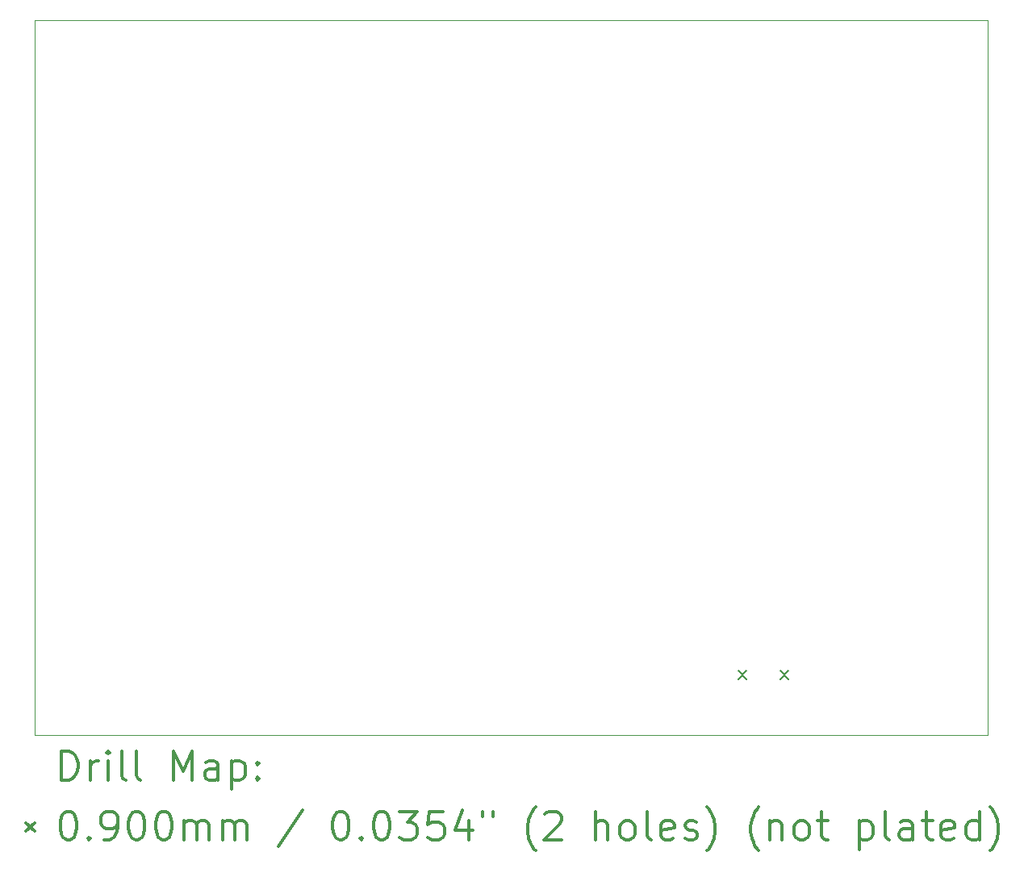
<source format=gbr>
%FSLAX45Y45*%
G04 Gerber Fmt 4.5, Leading zero omitted, Abs format (unit mm)*
G04 Created by KiCad (PCBNEW (5.1.10)-1) date 2022-03-07 12:44:51*
%MOMM*%
%LPD*%
G01*
G04 APERTURE LIST*
%TA.AperFunction,Profile*%
%ADD10C,0.050000*%
%TD*%
%ADD11C,0.200000*%
%ADD12C,0.300000*%
G04 APERTURE END LIST*
D10*
X14000000Y-3500000D02*
X4000000Y-3500000D01*
X14000000Y-11000000D02*
X14000000Y-3500000D01*
X4000000Y-11000000D02*
X14000000Y-11000000D01*
X4000000Y-3500000D02*
X4000000Y-11000000D01*
D11*
X11380600Y-10321900D02*
X11470600Y-10411900D01*
X11470600Y-10321900D02*
X11380600Y-10411900D01*
X11820600Y-10321900D02*
X11910600Y-10411900D01*
X11910600Y-10321900D02*
X11820600Y-10411900D01*
D12*
X4283928Y-11468214D02*
X4283928Y-11168214D01*
X4355357Y-11168214D01*
X4398214Y-11182500D01*
X4426786Y-11211071D01*
X4441071Y-11239643D01*
X4455357Y-11296786D01*
X4455357Y-11339643D01*
X4441071Y-11396786D01*
X4426786Y-11425357D01*
X4398214Y-11453929D01*
X4355357Y-11468214D01*
X4283928Y-11468214D01*
X4583928Y-11468214D02*
X4583928Y-11268214D01*
X4583928Y-11325357D02*
X4598214Y-11296786D01*
X4612500Y-11282500D01*
X4641071Y-11268214D01*
X4669643Y-11268214D01*
X4769643Y-11468214D02*
X4769643Y-11268214D01*
X4769643Y-11168214D02*
X4755357Y-11182500D01*
X4769643Y-11196786D01*
X4783928Y-11182500D01*
X4769643Y-11168214D01*
X4769643Y-11196786D01*
X4955357Y-11468214D02*
X4926786Y-11453929D01*
X4912500Y-11425357D01*
X4912500Y-11168214D01*
X5112500Y-11468214D02*
X5083928Y-11453929D01*
X5069643Y-11425357D01*
X5069643Y-11168214D01*
X5455357Y-11468214D02*
X5455357Y-11168214D01*
X5555357Y-11382500D01*
X5655357Y-11168214D01*
X5655357Y-11468214D01*
X5926786Y-11468214D02*
X5926786Y-11311071D01*
X5912500Y-11282500D01*
X5883928Y-11268214D01*
X5826786Y-11268214D01*
X5798214Y-11282500D01*
X5926786Y-11453929D02*
X5898214Y-11468214D01*
X5826786Y-11468214D01*
X5798214Y-11453929D01*
X5783928Y-11425357D01*
X5783928Y-11396786D01*
X5798214Y-11368214D01*
X5826786Y-11353929D01*
X5898214Y-11353929D01*
X5926786Y-11339643D01*
X6069643Y-11268214D02*
X6069643Y-11568214D01*
X6069643Y-11282500D02*
X6098214Y-11268214D01*
X6155357Y-11268214D01*
X6183928Y-11282500D01*
X6198214Y-11296786D01*
X6212500Y-11325357D01*
X6212500Y-11411071D01*
X6198214Y-11439643D01*
X6183928Y-11453929D01*
X6155357Y-11468214D01*
X6098214Y-11468214D01*
X6069643Y-11453929D01*
X6341071Y-11439643D02*
X6355357Y-11453929D01*
X6341071Y-11468214D01*
X6326786Y-11453929D01*
X6341071Y-11439643D01*
X6341071Y-11468214D01*
X6341071Y-11282500D02*
X6355357Y-11296786D01*
X6341071Y-11311071D01*
X6326786Y-11296786D01*
X6341071Y-11282500D01*
X6341071Y-11311071D01*
X3907500Y-11917500D02*
X3997500Y-12007500D01*
X3997500Y-11917500D02*
X3907500Y-12007500D01*
X4341071Y-11798214D02*
X4369643Y-11798214D01*
X4398214Y-11812500D01*
X4412500Y-11826786D01*
X4426786Y-11855357D01*
X4441071Y-11912500D01*
X4441071Y-11983929D01*
X4426786Y-12041071D01*
X4412500Y-12069643D01*
X4398214Y-12083929D01*
X4369643Y-12098214D01*
X4341071Y-12098214D01*
X4312500Y-12083929D01*
X4298214Y-12069643D01*
X4283928Y-12041071D01*
X4269643Y-11983929D01*
X4269643Y-11912500D01*
X4283928Y-11855357D01*
X4298214Y-11826786D01*
X4312500Y-11812500D01*
X4341071Y-11798214D01*
X4569643Y-12069643D02*
X4583928Y-12083929D01*
X4569643Y-12098214D01*
X4555357Y-12083929D01*
X4569643Y-12069643D01*
X4569643Y-12098214D01*
X4726786Y-12098214D02*
X4783928Y-12098214D01*
X4812500Y-12083929D01*
X4826786Y-12069643D01*
X4855357Y-12026786D01*
X4869643Y-11969643D01*
X4869643Y-11855357D01*
X4855357Y-11826786D01*
X4841071Y-11812500D01*
X4812500Y-11798214D01*
X4755357Y-11798214D01*
X4726786Y-11812500D01*
X4712500Y-11826786D01*
X4698214Y-11855357D01*
X4698214Y-11926786D01*
X4712500Y-11955357D01*
X4726786Y-11969643D01*
X4755357Y-11983929D01*
X4812500Y-11983929D01*
X4841071Y-11969643D01*
X4855357Y-11955357D01*
X4869643Y-11926786D01*
X5055357Y-11798214D02*
X5083928Y-11798214D01*
X5112500Y-11812500D01*
X5126786Y-11826786D01*
X5141071Y-11855357D01*
X5155357Y-11912500D01*
X5155357Y-11983929D01*
X5141071Y-12041071D01*
X5126786Y-12069643D01*
X5112500Y-12083929D01*
X5083928Y-12098214D01*
X5055357Y-12098214D01*
X5026786Y-12083929D01*
X5012500Y-12069643D01*
X4998214Y-12041071D01*
X4983928Y-11983929D01*
X4983928Y-11912500D01*
X4998214Y-11855357D01*
X5012500Y-11826786D01*
X5026786Y-11812500D01*
X5055357Y-11798214D01*
X5341071Y-11798214D02*
X5369643Y-11798214D01*
X5398214Y-11812500D01*
X5412500Y-11826786D01*
X5426786Y-11855357D01*
X5441071Y-11912500D01*
X5441071Y-11983929D01*
X5426786Y-12041071D01*
X5412500Y-12069643D01*
X5398214Y-12083929D01*
X5369643Y-12098214D01*
X5341071Y-12098214D01*
X5312500Y-12083929D01*
X5298214Y-12069643D01*
X5283928Y-12041071D01*
X5269643Y-11983929D01*
X5269643Y-11912500D01*
X5283928Y-11855357D01*
X5298214Y-11826786D01*
X5312500Y-11812500D01*
X5341071Y-11798214D01*
X5569643Y-12098214D02*
X5569643Y-11898214D01*
X5569643Y-11926786D02*
X5583928Y-11912500D01*
X5612500Y-11898214D01*
X5655357Y-11898214D01*
X5683928Y-11912500D01*
X5698214Y-11941071D01*
X5698214Y-12098214D01*
X5698214Y-11941071D02*
X5712500Y-11912500D01*
X5741071Y-11898214D01*
X5783928Y-11898214D01*
X5812500Y-11912500D01*
X5826786Y-11941071D01*
X5826786Y-12098214D01*
X5969643Y-12098214D02*
X5969643Y-11898214D01*
X5969643Y-11926786D02*
X5983928Y-11912500D01*
X6012500Y-11898214D01*
X6055357Y-11898214D01*
X6083928Y-11912500D01*
X6098214Y-11941071D01*
X6098214Y-12098214D01*
X6098214Y-11941071D02*
X6112500Y-11912500D01*
X6141071Y-11898214D01*
X6183928Y-11898214D01*
X6212500Y-11912500D01*
X6226786Y-11941071D01*
X6226786Y-12098214D01*
X6812500Y-11783929D02*
X6555357Y-12169643D01*
X7198214Y-11798214D02*
X7226786Y-11798214D01*
X7255357Y-11812500D01*
X7269643Y-11826786D01*
X7283928Y-11855357D01*
X7298214Y-11912500D01*
X7298214Y-11983929D01*
X7283928Y-12041071D01*
X7269643Y-12069643D01*
X7255357Y-12083929D01*
X7226786Y-12098214D01*
X7198214Y-12098214D01*
X7169643Y-12083929D01*
X7155357Y-12069643D01*
X7141071Y-12041071D01*
X7126786Y-11983929D01*
X7126786Y-11912500D01*
X7141071Y-11855357D01*
X7155357Y-11826786D01*
X7169643Y-11812500D01*
X7198214Y-11798214D01*
X7426786Y-12069643D02*
X7441071Y-12083929D01*
X7426786Y-12098214D01*
X7412500Y-12083929D01*
X7426786Y-12069643D01*
X7426786Y-12098214D01*
X7626786Y-11798214D02*
X7655357Y-11798214D01*
X7683928Y-11812500D01*
X7698214Y-11826786D01*
X7712500Y-11855357D01*
X7726786Y-11912500D01*
X7726786Y-11983929D01*
X7712500Y-12041071D01*
X7698214Y-12069643D01*
X7683928Y-12083929D01*
X7655357Y-12098214D01*
X7626786Y-12098214D01*
X7598214Y-12083929D01*
X7583928Y-12069643D01*
X7569643Y-12041071D01*
X7555357Y-11983929D01*
X7555357Y-11912500D01*
X7569643Y-11855357D01*
X7583928Y-11826786D01*
X7598214Y-11812500D01*
X7626786Y-11798214D01*
X7826786Y-11798214D02*
X8012500Y-11798214D01*
X7912500Y-11912500D01*
X7955357Y-11912500D01*
X7983928Y-11926786D01*
X7998214Y-11941071D01*
X8012500Y-11969643D01*
X8012500Y-12041071D01*
X7998214Y-12069643D01*
X7983928Y-12083929D01*
X7955357Y-12098214D01*
X7869643Y-12098214D01*
X7841071Y-12083929D01*
X7826786Y-12069643D01*
X8283928Y-11798214D02*
X8141071Y-11798214D01*
X8126786Y-11941071D01*
X8141071Y-11926786D01*
X8169643Y-11912500D01*
X8241071Y-11912500D01*
X8269643Y-11926786D01*
X8283928Y-11941071D01*
X8298214Y-11969643D01*
X8298214Y-12041071D01*
X8283928Y-12069643D01*
X8269643Y-12083929D01*
X8241071Y-12098214D01*
X8169643Y-12098214D01*
X8141071Y-12083929D01*
X8126786Y-12069643D01*
X8555357Y-11898214D02*
X8555357Y-12098214D01*
X8483928Y-11783929D02*
X8412500Y-11998214D01*
X8598214Y-11998214D01*
X8698214Y-11798214D02*
X8698214Y-11855357D01*
X8812500Y-11798214D02*
X8812500Y-11855357D01*
X9255357Y-12212500D02*
X9241071Y-12198214D01*
X9212500Y-12155357D01*
X9198214Y-12126786D01*
X9183928Y-12083929D01*
X9169643Y-12012500D01*
X9169643Y-11955357D01*
X9183928Y-11883929D01*
X9198214Y-11841071D01*
X9212500Y-11812500D01*
X9241071Y-11769643D01*
X9255357Y-11755357D01*
X9355357Y-11826786D02*
X9369643Y-11812500D01*
X9398214Y-11798214D01*
X9469643Y-11798214D01*
X9498214Y-11812500D01*
X9512500Y-11826786D01*
X9526786Y-11855357D01*
X9526786Y-11883929D01*
X9512500Y-11926786D01*
X9341071Y-12098214D01*
X9526786Y-12098214D01*
X9883928Y-12098214D02*
X9883928Y-11798214D01*
X10012500Y-12098214D02*
X10012500Y-11941071D01*
X9998214Y-11912500D01*
X9969643Y-11898214D01*
X9926786Y-11898214D01*
X9898214Y-11912500D01*
X9883928Y-11926786D01*
X10198214Y-12098214D02*
X10169643Y-12083929D01*
X10155357Y-12069643D01*
X10141071Y-12041071D01*
X10141071Y-11955357D01*
X10155357Y-11926786D01*
X10169643Y-11912500D01*
X10198214Y-11898214D01*
X10241071Y-11898214D01*
X10269643Y-11912500D01*
X10283928Y-11926786D01*
X10298214Y-11955357D01*
X10298214Y-12041071D01*
X10283928Y-12069643D01*
X10269643Y-12083929D01*
X10241071Y-12098214D01*
X10198214Y-12098214D01*
X10469643Y-12098214D02*
X10441071Y-12083929D01*
X10426786Y-12055357D01*
X10426786Y-11798214D01*
X10698214Y-12083929D02*
X10669643Y-12098214D01*
X10612500Y-12098214D01*
X10583928Y-12083929D01*
X10569643Y-12055357D01*
X10569643Y-11941071D01*
X10583928Y-11912500D01*
X10612500Y-11898214D01*
X10669643Y-11898214D01*
X10698214Y-11912500D01*
X10712500Y-11941071D01*
X10712500Y-11969643D01*
X10569643Y-11998214D01*
X10826786Y-12083929D02*
X10855357Y-12098214D01*
X10912500Y-12098214D01*
X10941071Y-12083929D01*
X10955357Y-12055357D01*
X10955357Y-12041071D01*
X10941071Y-12012500D01*
X10912500Y-11998214D01*
X10869643Y-11998214D01*
X10841071Y-11983929D01*
X10826786Y-11955357D01*
X10826786Y-11941071D01*
X10841071Y-11912500D01*
X10869643Y-11898214D01*
X10912500Y-11898214D01*
X10941071Y-11912500D01*
X11055357Y-12212500D02*
X11069643Y-12198214D01*
X11098214Y-12155357D01*
X11112500Y-12126786D01*
X11126786Y-12083929D01*
X11141071Y-12012500D01*
X11141071Y-11955357D01*
X11126786Y-11883929D01*
X11112500Y-11841071D01*
X11098214Y-11812500D01*
X11069643Y-11769643D01*
X11055357Y-11755357D01*
X11598214Y-12212500D02*
X11583928Y-12198214D01*
X11555357Y-12155357D01*
X11541071Y-12126786D01*
X11526786Y-12083929D01*
X11512500Y-12012500D01*
X11512500Y-11955357D01*
X11526786Y-11883929D01*
X11541071Y-11841071D01*
X11555357Y-11812500D01*
X11583928Y-11769643D01*
X11598214Y-11755357D01*
X11712500Y-11898214D02*
X11712500Y-12098214D01*
X11712500Y-11926786D02*
X11726786Y-11912500D01*
X11755357Y-11898214D01*
X11798214Y-11898214D01*
X11826786Y-11912500D01*
X11841071Y-11941071D01*
X11841071Y-12098214D01*
X12026786Y-12098214D02*
X11998214Y-12083929D01*
X11983928Y-12069643D01*
X11969643Y-12041071D01*
X11969643Y-11955357D01*
X11983928Y-11926786D01*
X11998214Y-11912500D01*
X12026786Y-11898214D01*
X12069643Y-11898214D01*
X12098214Y-11912500D01*
X12112500Y-11926786D01*
X12126786Y-11955357D01*
X12126786Y-12041071D01*
X12112500Y-12069643D01*
X12098214Y-12083929D01*
X12069643Y-12098214D01*
X12026786Y-12098214D01*
X12212500Y-11898214D02*
X12326786Y-11898214D01*
X12255357Y-11798214D02*
X12255357Y-12055357D01*
X12269643Y-12083929D01*
X12298214Y-12098214D01*
X12326786Y-12098214D01*
X12655357Y-11898214D02*
X12655357Y-12198214D01*
X12655357Y-11912500D02*
X12683928Y-11898214D01*
X12741071Y-11898214D01*
X12769643Y-11912500D01*
X12783928Y-11926786D01*
X12798214Y-11955357D01*
X12798214Y-12041071D01*
X12783928Y-12069643D01*
X12769643Y-12083929D01*
X12741071Y-12098214D01*
X12683928Y-12098214D01*
X12655357Y-12083929D01*
X12969643Y-12098214D02*
X12941071Y-12083929D01*
X12926786Y-12055357D01*
X12926786Y-11798214D01*
X13212500Y-12098214D02*
X13212500Y-11941071D01*
X13198214Y-11912500D01*
X13169643Y-11898214D01*
X13112500Y-11898214D01*
X13083928Y-11912500D01*
X13212500Y-12083929D02*
X13183928Y-12098214D01*
X13112500Y-12098214D01*
X13083928Y-12083929D01*
X13069643Y-12055357D01*
X13069643Y-12026786D01*
X13083928Y-11998214D01*
X13112500Y-11983929D01*
X13183928Y-11983929D01*
X13212500Y-11969643D01*
X13312500Y-11898214D02*
X13426786Y-11898214D01*
X13355357Y-11798214D02*
X13355357Y-12055357D01*
X13369643Y-12083929D01*
X13398214Y-12098214D01*
X13426786Y-12098214D01*
X13641071Y-12083929D02*
X13612500Y-12098214D01*
X13555357Y-12098214D01*
X13526786Y-12083929D01*
X13512500Y-12055357D01*
X13512500Y-11941071D01*
X13526786Y-11912500D01*
X13555357Y-11898214D01*
X13612500Y-11898214D01*
X13641071Y-11912500D01*
X13655357Y-11941071D01*
X13655357Y-11969643D01*
X13512500Y-11998214D01*
X13912500Y-12098214D02*
X13912500Y-11798214D01*
X13912500Y-12083929D02*
X13883928Y-12098214D01*
X13826786Y-12098214D01*
X13798214Y-12083929D01*
X13783928Y-12069643D01*
X13769643Y-12041071D01*
X13769643Y-11955357D01*
X13783928Y-11926786D01*
X13798214Y-11912500D01*
X13826786Y-11898214D01*
X13883928Y-11898214D01*
X13912500Y-11912500D01*
X14026786Y-12212500D02*
X14041071Y-12198214D01*
X14069643Y-12155357D01*
X14083928Y-12126786D01*
X14098214Y-12083929D01*
X14112500Y-12012500D01*
X14112500Y-11955357D01*
X14098214Y-11883929D01*
X14083928Y-11841071D01*
X14069643Y-11812500D01*
X14041071Y-11769643D01*
X14026786Y-11755357D01*
M02*

</source>
